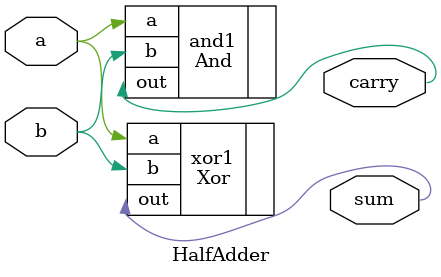
<source format=v>
module HalfAdder (
  input a,
  input b, 
  output sum,
  output carry
);

  //Xor(a=a,b=b,out=sum);
  Xor xor1 (
    .a(a),
    .b(b),
    .out(sum)
  );

  //And(a=a,b=b,out=carry);
  And and1 (
    .a(a),
    .b(b),
    .out(carry)
  );

endmodule

</source>
